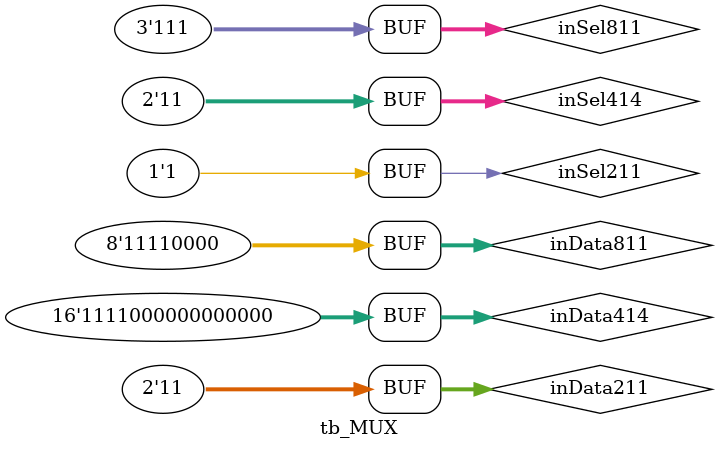
<source format=sv>

`timescale 1ns / 1ps

 
module tb_MUX();

parameter	CLK_PERIOD = 20 ; 

reg	[1  : 0]	inData211	;
reg	    	    inSel211	;
reg	    	    outData211	;

reg [15 : 0]    inData414	;
reg	[1  : 0]	inSel414	;
reg	[3  : 0] 	outData414	;

reg	[7  : 0]	inData811	;
reg	[2  : 0]	inSel811	;
reg	        	outData811	;


MUX211 u_mux211 (
	.inData			(inData211	), 
	.inSel			(inSel211	),
	.outData		(outData211	)
);

MUX414 u_mux414 (
	.inData			(inData414	), 
	.inSel			(inSel414	),
	.outData		(outData414	)
);

MUX811 u_mux811 (
	.inData			(inData811	), 
	.inSel			(inSel811	),
	.outData		(outData811	)
);

initial begin 
	inData211 = 2'b0;
	inSel211  = 1'b0;

	inData414 = 16'b0;
	inSel414  = 2'b0;

	inData811 = 8'b0;
	inSel811  = 3'b0;
end


always begin : SEL

    inSel211  = 1'b0; inSel414  = 2'b00; inSel811  = 3'b000;
	#CLK_PERIOD ; #CLK_PERIOD ; #CLK_PERIOD ; #CLK_PERIOD ;
	#CLK_PERIOD ; #CLK_PERIOD ; #CLK_PERIOD ; #CLK_PERIOD ;
	#CLK_PERIOD ; #CLK_PERIOD ; #CLK_PERIOD ; #CLK_PERIOD ;
	#CLK_PERIOD ; #CLK_PERIOD ; #CLK_PERIOD ; #CLK_PERIOD ;
	#CLK_PERIOD ; #CLK_PERIOD ; #CLK_PERIOD ; #CLK_PERIOD ;
	#CLK_PERIOD ; #CLK_PERIOD ; #CLK_PERIOD ; #CLK_PERIOD ;
	#CLK_PERIOD ; #CLK_PERIOD ; #CLK_PERIOD ; #CLK_PERIOD ;
	#CLK_PERIOD ; #CLK_PERIOD ; #CLK_PERIOD ; #CLK_PERIOD ;
	#CLK_PERIOD ; #CLK_PERIOD ; #CLK_PERIOD ; #CLK_PERIOD ;
	#CLK_PERIOD ; #CLK_PERIOD ; #CLK_PERIOD ; #CLK_PERIOD ;
	#CLK_PERIOD ; #CLK_PERIOD ; #CLK_PERIOD ; #CLK_PERIOD ;
	#CLK_PERIOD ; #CLK_PERIOD ; #CLK_PERIOD ; #CLK_PERIOD ;
	#CLK_PERIOD ; #CLK_PERIOD ; #CLK_PERIOD ; #CLK_PERIOD ;
	#CLK_PERIOD ; #CLK_PERIOD ; #CLK_PERIOD ; #CLK_PERIOD ;
	#CLK_PERIOD ; #CLK_PERIOD ; #CLK_PERIOD ; #CLK_PERIOD ;
	#CLK_PERIOD ; #CLK_PERIOD ; #CLK_PERIOD ; #CLK_PERIOD ;

    inSel211  = 1'b1; inSel414  = 2'b01; inSel811  = 3'b001;
	#CLK_PERIOD ; #CLK_PERIOD ; #CLK_PERIOD ; #CLK_PERIOD ;
	#CLK_PERIOD ; #CLK_PERIOD ; #CLK_PERIOD ; #CLK_PERIOD ;
	#CLK_PERIOD ; #CLK_PERIOD ; #CLK_PERIOD ; #CLK_PERIOD ;
	#CLK_PERIOD ; #CLK_PERIOD ; #CLK_PERIOD ; #CLK_PERIOD ;
	#CLK_PERIOD ; #CLK_PERIOD ; #CLK_PERIOD ; #CLK_PERIOD ;
	#CLK_PERIOD ; #CLK_PERIOD ; #CLK_PERIOD ; #CLK_PERIOD ;
	#CLK_PERIOD ; #CLK_PERIOD ; #CLK_PERIOD ; #CLK_PERIOD ;
	#CLK_PERIOD ; #CLK_PERIOD ; #CLK_PERIOD ; #CLK_PERIOD ;
	#CLK_PERIOD ; #CLK_PERIOD ; #CLK_PERIOD ; #CLK_PERIOD ;
	#CLK_PERIOD ; #CLK_PERIOD ; #CLK_PERIOD ; #CLK_PERIOD ;
	#CLK_PERIOD ; #CLK_PERIOD ; #CLK_PERIOD ; #CLK_PERIOD ;
	#CLK_PERIOD ; #CLK_PERIOD ; #CLK_PERIOD ; #CLK_PERIOD ;
	#CLK_PERIOD ; #CLK_PERIOD ; #CLK_PERIOD ; #CLK_PERIOD ;
	#CLK_PERIOD ; #CLK_PERIOD ; #CLK_PERIOD ; #CLK_PERIOD ;
	#CLK_PERIOD ; #CLK_PERIOD ; #CLK_PERIOD ; #CLK_PERIOD ;
	#CLK_PERIOD ; #CLK_PERIOD ; #CLK_PERIOD ; #CLK_PERIOD ;
    
    inSel211  = 1'b0; inSel414  = 2'b10; inSel811  = 3'b010;
	#CLK_PERIOD ; #CLK_PERIOD ; #CLK_PERIOD ; #CLK_PERIOD ;
	#CLK_PERIOD ; #CLK_PERIOD ; #CLK_PERIOD ; #CLK_PERIOD ;
	#CLK_PERIOD ; #CLK_PERIOD ; #CLK_PERIOD ; #CLK_PERIOD ;
	#CLK_PERIOD ; #CLK_PERIOD ; #CLK_PERIOD ; #CLK_PERIOD ;
	#CLK_PERIOD ; #CLK_PERIOD ; #CLK_PERIOD ; #CLK_PERIOD ;
	#CLK_PERIOD ; #CLK_PERIOD ; #CLK_PERIOD ; #CLK_PERIOD ;
	#CLK_PERIOD ; #CLK_PERIOD ; #CLK_PERIOD ; #CLK_PERIOD ;
	#CLK_PERIOD ; #CLK_PERIOD ; #CLK_PERIOD ; #CLK_PERIOD ;
	#CLK_PERIOD ; #CLK_PERIOD ; #CLK_PERIOD ; #CLK_PERIOD ;
	#CLK_PERIOD ; #CLK_PERIOD ; #CLK_PERIOD ; #CLK_PERIOD ;
	#CLK_PERIOD ; #CLK_PERIOD ; #CLK_PERIOD ; #CLK_PERIOD ;
	#CLK_PERIOD ; #CLK_PERIOD ; #CLK_PERIOD ; #CLK_PERIOD ;
	#CLK_PERIOD ; #CLK_PERIOD ; #CLK_PERIOD ; #CLK_PERIOD ;
	#CLK_PERIOD ; #CLK_PERIOD ; #CLK_PERIOD ; #CLK_PERIOD ;
	#CLK_PERIOD ; #CLK_PERIOD ; #CLK_PERIOD ; #CLK_PERIOD ;
	#CLK_PERIOD ; #CLK_PERIOD ; #CLK_PERIOD ; #CLK_PERIOD ;
    
    inSel211  = 1'b1; inSel414  = 2'b11; inSel811  = 3'b011;
	#CLK_PERIOD ; #CLK_PERIOD ; #CLK_PERIOD ; #CLK_PERIOD ;
	#CLK_PERIOD ; #CLK_PERIOD ; #CLK_PERIOD ; #CLK_PERIOD ;
	#CLK_PERIOD ; #CLK_PERIOD ; #CLK_PERIOD ; #CLK_PERIOD ;
	#CLK_PERIOD ; #CLK_PERIOD ; #CLK_PERIOD ; #CLK_PERIOD ;
	#CLK_PERIOD ; #CLK_PERIOD ; #CLK_PERIOD ; #CLK_PERIOD ;
	#CLK_PERIOD ; #CLK_PERIOD ; #CLK_PERIOD ; #CLK_PERIOD ;
	#CLK_PERIOD ; #CLK_PERIOD ; #CLK_PERIOD ; #CLK_PERIOD ;
	#CLK_PERIOD ; #CLK_PERIOD ; #CLK_PERIOD ; #CLK_PERIOD ;
	#CLK_PERIOD ; #CLK_PERIOD ; #CLK_PERIOD ; #CLK_PERIOD ;
	#CLK_PERIOD ; #CLK_PERIOD ; #CLK_PERIOD ; #CLK_PERIOD ;
	#CLK_PERIOD ; #CLK_PERIOD ; #CLK_PERIOD ; #CLK_PERIOD ;
	#CLK_PERIOD ; #CLK_PERIOD ; #CLK_PERIOD ; #CLK_PERIOD ;
	#CLK_PERIOD ; #CLK_PERIOD ; #CLK_PERIOD ; #CLK_PERIOD ;
	#CLK_PERIOD ; #CLK_PERIOD ; #CLK_PERIOD ; #CLK_PERIOD ;
	#CLK_PERIOD ; #CLK_PERIOD ; #CLK_PERIOD ; #CLK_PERIOD ;
	#CLK_PERIOD ; #CLK_PERIOD ; #CLK_PERIOD ; #CLK_PERIOD ;
    
    inSel211  = 1'b0; inSel414  = 2'b00; inSel811  = 3'b100;
	#CLK_PERIOD ; #CLK_PERIOD ; #CLK_PERIOD ; #CLK_PERIOD ;
	#CLK_PERIOD ; #CLK_PERIOD ; #CLK_PERIOD ; #CLK_PERIOD ;
	#CLK_PERIOD ; #CLK_PERIOD ; #CLK_PERIOD ; #CLK_PERIOD ;
	#CLK_PERIOD ; #CLK_PERIOD ; #CLK_PERIOD ; #CLK_PERIOD ;
	#CLK_PERIOD ; #CLK_PERIOD ; #CLK_PERIOD ; #CLK_PERIOD ;
	#CLK_PERIOD ; #CLK_PERIOD ; #CLK_PERIOD ; #CLK_PERIOD ;
	#CLK_PERIOD ; #CLK_PERIOD ; #CLK_PERIOD ; #CLK_PERIOD ;
	#CLK_PERIOD ; #CLK_PERIOD ; #CLK_PERIOD ; #CLK_PERIOD ;
	#CLK_PERIOD ; #CLK_PERIOD ; #CLK_PERIOD ; #CLK_PERIOD ;
	#CLK_PERIOD ; #CLK_PERIOD ; #CLK_PERIOD ; #CLK_PERIOD ;
	#CLK_PERIOD ; #CLK_PERIOD ; #CLK_PERIOD ; #CLK_PERIOD ;
	#CLK_PERIOD ; #CLK_PERIOD ; #CLK_PERIOD ; #CLK_PERIOD ;
	#CLK_PERIOD ; #CLK_PERIOD ; #CLK_PERIOD ; #CLK_PERIOD ;
	#CLK_PERIOD ; #CLK_PERIOD ; #CLK_PERIOD ; #CLK_PERIOD ;
	#CLK_PERIOD ; #CLK_PERIOD ; #CLK_PERIOD ; #CLK_PERIOD ;
	#CLK_PERIOD ; #CLK_PERIOD ; #CLK_PERIOD ; #CLK_PERIOD ;
    
    inSel211  = 1'b1; inSel414  = 2'b01; inSel811  = 3'b101;
	#CLK_PERIOD ; #CLK_PERIOD ; #CLK_PERIOD ; #CLK_PERIOD ;
	#CLK_PERIOD ; #CLK_PERIOD ; #CLK_PERIOD ; #CLK_PERIOD ;
	#CLK_PERIOD ; #CLK_PERIOD ; #CLK_PERIOD ; #CLK_PERIOD ;
	#CLK_PERIOD ; #CLK_PERIOD ; #CLK_PERIOD ; #CLK_PERIOD ;
	#CLK_PERIOD ; #CLK_PERIOD ; #CLK_PERIOD ; #CLK_PERIOD ;
	#CLK_PERIOD ; #CLK_PERIOD ; #CLK_PERIOD ; #CLK_PERIOD ;
	#CLK_PERIOD ; #CLK_PERIOD ; #CLK_PERIOD ; #CLK_PERIOD ;
	#CLK_PERIOD ; #CLK_PERIOD ; #CLK_PERIOD ; #CLK_PERIOD ;
	#CLK_PERIOD ; #CLK_PERIOD ; #CLK_PERIOD ; #CLK_PERIOD ;
	#CLK_PERIOD ; #CLK_PERIOD ; #CLK_PERIOD ; #CLK_PERIOD ;
	#CLK_PERIOD ; #CLK_PERIOD ; #CLK_PERIOD ; #CLK_PERIOD ;
	#CLK_PERIOD ; #CLK_PERIOD ; #CLK_PERIOD ; #CLK_PERIOD ;
	#CLK_PERIOD ; #CLK_PERIOD ; #CLK_PERIOD ; #CLK_PERIOD ;
	#CLK_PERIOD ; #CLK_PERIOD ; #CLK_PERIOD ; #CLK_PERIOD ;
	#CLK_PERIOD ; #CLK_PERIOD ; #CLK_PERIOD ; #CLK_PERIOD ;
	#CLK_PERIOD ; #CLK_PERIOD ; #CLK_PERIOD ; #CLK_PERIOD ;
    
    inSel211  = 1'b0; inSel414  = 2'b10; inSel811  = 3'b110;
	#CLK_PERIOD ; #CLK_PERIOD ; #CLK_PERIOD ; #CLK_PERIOD ;
	#CLK_PERIOD ; #CLK_PERIOD ; #CLK_PERIOD ; #CLK_PERIOD ;
	#CLK_PERIOD ; #CLK_PERIOD ; #CLK_PERIOD ; #CLK_PERIOD ;
	#CLK_PERIOD ; #CLK_PERIOD ; #CLK_PERIOD ; #CLK_PERIOD ;
	#CLK_PERIOD ; #CLK_PERIOD ; #CLK_PERIOD ; #CLK_PERIOD ;
	#CLK_PERIOD ; #CLK_PERIOD ; #CLK_PERIOD ; #CLK_PERIOD ;
	#CLK_PERIOD ; #CLK_PERIOD ; #CLK_PERIOD ; #CLK_PERIOD ;
	#CLK_PERIOD ; #CLK_PERIOD ; #CLK_PERIOD ; #CLK_PERIOD ;
	#CLK_PERIOD ; #CLK_PERIOD ; #CLK_PERIOD ; #CLK_PERIOD ;
	#CLK_PERIOD ; #CLK_PERIOD ; #CLK_PERIOD ; #CLK_PERIOD ;
	#CLK_PERIOD ; #CLK_PERIOD ; #CLK_PERIOD ; #CLK_PERIOD ;
	#CLK_PERIOD ; #CLK_PERIOD ; #CLK_PERIOD ; #CLK_PERIOD ;
	#CLK_PERIOD ; #CLK_PERIOD ; #CLK_PERIOD ; #CLK_PERIOD ;
	#CLK_PERIOD ; #CLK_PERIOD ; #CLK_PERIOD ; #CLK_PERIOD ;
	#CLK_PERIOD ; #CLK_PERIOD ; #CLK_PERIOD ; #CLK_PERIOD ;
	#CLK_PERIOD ; #CLK_PERIOD ; #CLK_PERIOD ; #CLK_PERIOD ;
    
    inSel211  = 1'b1; inSel414  = 2'b11; inSel811  = 3'b111;
	#CLK_PERIOD ; #CLK_PERIOD ; #CLK_PERIOD ; #CLK_PERIOD ;
	#CLK_PERIOD ; #CLK_PERIOD ; #CLK_PERIOD ; #CLK_PERIOD ;
	#CLK_PERIOD ; #CLK_PERIOD ; #CLK_PERIOD ; #CLK_PERIOD ;
	#CLK_PERIOD ; #CLK_PERIOD ; #CLK_PERIOD ; #CLK_PERIOD ;
	#CLK_PERIOD ; #CLK_PERIOD ; #CLK_PERIOD ; #CLK_PERIOD ;
	#CLK_PERIOD ; #CLK_PERIOD ; #CLK_PERIOD ; #CLK_PERIOD ;
	#CLK_PERIOD ; #CLK_PERIOD ; #CLK_PERIOD ; #CLK_PERIOD ;
	#CLK_PERIOD ; #CLK_PERIOD ; #CLK_PERIOD ; #CLK_PERIOD ;
	#CLK_PERIOD ; #CLK_PERIOD ; #CLK_PERIOD ; #CLK_PERIOD ;
	#CLK_PERIOD ; #CLK_PERIOD ; #CLK_PERIOD ; #CLK_PERIOD ;
	#CLK_PERIOD ; #CLK_PERIOD ; #CLK_PERIOD ; #CLK_PERIOD ;
	#CLK_PERIOD ; #CLK_PERIOD ; #CLK_PERIOD ; #CLK_PERIOD ;
	#CLK_PERIOD ; #CLK_PERIOD ; #CLK_PERIOD ; #CLK_PERIOD ;
	#CLK_PERIOD ; #CLK_PERIOD ; #CLK_PERIOD ; #CLK_PERIOD ;
	#CLK_PERIOD ; #CLK_PERIOD ; #CLK_PERIOD ; #CLK_PERIOD ;
	#CLK_PERIOD ; #CLK_PERIOD ; #CLK_PERIOD ; #CLK_PERIOD ;
    
end

always begin : DATA211

    inData211 = 2'b00;
    #CLK_PERIOD;

    inData211 = 2'b01;
    #CLK_PERIOD;

    inData211 = 2'b10;
    #CLK_PERIOD;

    inData211 = 2'b11;
    #CLK_PERIOD;

end

always begin : DATA414
    
    inData414 = 16'h0000;
    #CLK_PERIOD;
    inData414 = 16'h0001;
    #CLK_PERIOD;
    inData414 = 16'h0002;
    #CLK_PERIOD;
    inData414 = 16'h0003;
    #CLK_PERIOD;
    inData414 = 16'h0004;
    #CLK_PERIOD;
    inData414 = 16'h0005;
    #CLK_PERIOD;
    inData414 = 16'h0006;
    #CLK_PERIOD;
    inData414 = 16'h0007;
    #CLK_PERIOD;
    inData414 = 16'h0008;
    #CLK_PERIOD;
    inData414 = 16'h0009;
    #CLK_PERIOD;
    inData414 = 16'h000A;
    #CLK_PERIOD;
    inData414 = 16'h000B;
    #CLK_PERIOD;
    inData414 = 16'h000C;
    #CLK_PERIOD;
    inData414 = 16'h000D;
    #CLK_PERIOD;
    inData414 = 16'h000E;
    #CLK_PERIOD;
    inData414 = 16'h000F;
    #CLK_PERIOD;
    inData414 = 16'h0000;
    #CLK_PERIOD;
    inData414 = 16'h0010;
    #CLK_PERIOD;
    inData414 = 16'h0020;
    #CLK_PERIOD;
    inData414 = 16'h0030;
    #CLK_PERIOD;
    inData414 = 16'h0040;
    #CLK_PERIOD;
    inData414 = 16'h0050;
    #CLK_PERIOD;
    inData414 = 16'h0060;
    #CLK_PERIOD;
    inData414 = 16'h0070;
    #CLK_PERIOD;
    inData414 = 16'h0080;
    #CLK_PERIOD;
    inData414 = 16'h0090;
    #CLK_PERIOD;
    inData414 = 16'h00A0;
    #CLK_PERIOD;
    inData414 = 16'h00B0;
    #CLK_PERIOD;
    inData414 = 16'h00C0;
    #CLK_PERIOD;
    inData414 = 16'h00D0;
    #CLK_PERIOD;
    inData414 = 16'h00E0;
    #CLK_PERIOD;
    inData414 = 16'h00F0;
    #CLK_PERIOD;

    inData414 = 16'h0000;
    #CLK_PERIOD;
    inData414 = 16'h0100;
    #CLK_PERIOD;
    inData414 = 16'h0200;
    #CLK_PERIOD;
    inData414 = 16'h0300;
    #CLK_PERIOD;
    inData414 = 16'h0400;
    #CLK_PERIOD;
    inData414 = 16'h0500;
    #CLK_PERIOD;
    inData414 = 16'h0600;
    #CLK_PERIOD;
    inData414 = 16'h0700;
    #CLK_PERIOD;
    inData414 = 16'h0800;
    #CLK_PERIOD;
    inData414 = 16'h0900;
    #CLK_PERIOD;
    inData414 = 16'h0A00;
    #CLK_PERIOD;
    inData414 = 16'h0B00;
    #CLK_PERIOD;
    inData414 = 16'h0C00;
    #CLK_PERIOD;
    inData414 = 16'h0D00;
    #CLK_PERIOD;
    inData414 = 16'h0E00;
    #CLK_PERIOD;
    inData414 = 16'h0F00;
    #CLK_PERIOD;
    inData414 = 16'h0000;
    #CLK_PERIOD;
    inData414 = 16'h1000;
    #CLK_PERIOD;
    inData414 = 16'h2000;
    #CLK_PERIOD;
    inData414 = 16'h3000;
    #CLK_PERIOD;
    inData414 = 16'h4000;
    #CLK_PERIOD;
    inData414 = 16'h5000;
    #CLK_PERIOD;
    inData414 = 16'h6000;
    #CLK_PERIOD;
    inData414 = 16'h7000;
    #CLK_PERIOD;
    inData414 = 16'h8000;
    #CLK_PERIOD;
    inData414 = 16'h9000;
    #CLK_PERIOD;
    inData414 = 16'hA000;
    #CLK_PERIOD;
    inData414 = 16'hB000;
    #CLK_PERIOD;
    inData414 = 16'hC000;
    #CLK_PERIOD;
    inData414 = 16'hD000;
    #CLK_PERIOD;
    inData414 = 16'hE000;
    #CLK_PERIOD;
    inData414 = 16'hF000;
    #CLK_PERIOD;

end

always begin : DATA811
    
    inData811 = 8'h00;
    #CLK_PERIOD;

    inData811 = 8'h01;
    #CLK_PERIOD;

    inData811 = 8'h02;
    #CLK_PERIOD;

    inData811 = 8'h03;
    #CLK_PERIOD;

    inData811 = 8'h04;
    #CLK_PERIOD;

    inData811 = 8'h05;
    #CLK_PERIOD;

    inData811 = 8'h06;
    #CLK_PERIOD;

    inData811 = 8'h07;
    #CLK_PERIOD;

    inData811 = 8'h08;
    #CLK_PERIOD;

    inData811 = 8'h09;
    #CLK_PERIOD;

    inData811 = 8'h0A;
    #CLK_PERIOD;

    inData811 = 8'h0B;
    #CLK_PERIOD;

    inData811 = 8'h0C;
    #CLK_PERIOD;

    inData811 = 8'h0D;
    #CLK_PERIOD;

    inData811 = 8'h0E;
    #CLK_PERIOD;

    inData811 = 8'h0F;
    #CLK_PERIOD;

    inData811 = 8'h00;
    #CLK_PERIOD;

    inData811 = 8'h10;
    #CLK_PERIOD;

    inData811 = 8'h20;
    #CLK_PERIOD;

    inData811 = 8'h30;
    #CLK_PERIOD;

    inData811 = 8'h40;
    #CLK_PERIOD;

    inData811 = 8'h50;
    #CLK_PERIOD;

    inData811 = 8'h60;
    #CLK_PERIOD;

    inData811 = 8'h70;
    #CLK_PERIOD;

    inData811 = 8'h80;
    #CLK_PERIOD;

    inData811 = 8'h90;
    #CLK_PERIOD;

    inData811 = 8'hA0;
    #CLK_PERIOD;

    inData811 = 8'hB0;
    #CLK_PERIOD;

    inData811 = 8'hC0;
    #CLK_PERIOD;

    inData811 = 8'hD0;
    #CLK_PERIOD;

    inData811 = 8'hE0;
    #CLK_PERIOD;

    inData811 = 8'hF0;
    #CLK_PERIOD;

end



endmodule


</source>
